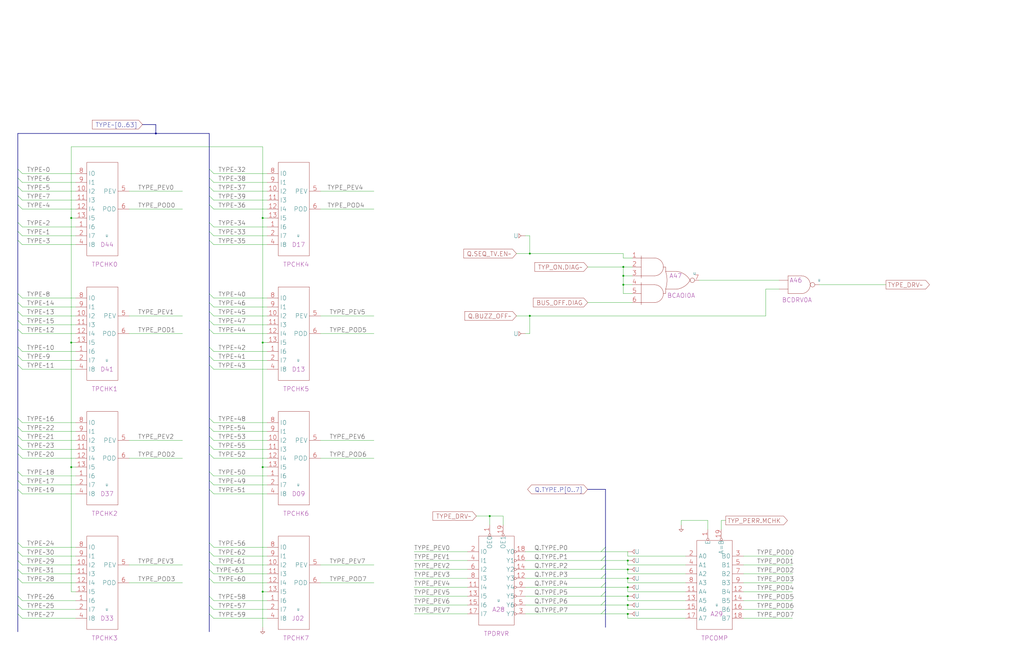
<source format=kicad_sch>
(kicad_sch (version 20220404) (generator eeschema)
  (paper "User" 584.2 378.46)
  (title_block (title "TYPE BUS TRANCEIVER\\nPARITY + BUS DRIVE LOGIC") (date "22-MAY-90") (rev "1.0") (comment 1 "SEQUENCER") (comment 2 "232-003064") (comment 3 "S400") (comment 4 "RELEASED"))
  (lib_symbols
    (symbol "r1000:F240" (pin_names (offset 1.016))
      (property "Reference" "U" (at 2.54 5.08 0))
      (property "Value" "F240" (at -3.81 -7.62 0))
      (property "Location" "___" (at -1.27 0 0))
      (property "Name" "______" (at 1.27 -15.24 0))
      (symbol "F240_1_1"
        (rectangle (start -8.89 41.91) (end 11.43 -8.89))
        (circle (center -2.54 42.545) (radius 0.635))
        (circle (center 5.08 42.545) (radius 0.635))
        (circle (center 12.065 -2.54) (radius 0.635))
        (circle (center 12.065 2.54) (radius 0.635))
        (circle (center 12.065 7.62) (radius 0.635))
        (circle (center 12.065 12.7) (radius 0.635))
        (circle (center 12.065 17.78) (radius 0.635))
        (circle (center 12.065 22.86) (radius 0.635))
        (circle (center 12.065 27.94) (radius 0.635))
        (circle (center 12.065 33.02) (radius 0.635))
        (pin input line (at -2.54 48.26 270) (length 5.08) (name "OE0") (number "1"))
        (pin input line (at -15.24 12.7 0) (length 6.35) (name "I4") (number "11"))
        (pin tri_state line (at 17.78 17.78 180) (length 5.08) (name "Y3") (number "12"))
        (pin input line (at -15.24 7.62 0) (length 6.35) (name "I5") (number "13"))
        (pin tri_state line (at 17.78 22.86 180) (length 5.08) (name "Y2") (number "14"))
        (pin input line (at -15.24 2.54 0) (length 6.35) (name "I6") (number "15"))
        (pin tri_state line (at 17.78 27.94 180) (length 5.08) (name "Y1") (number "16"))
        (pin input line (at -15.24 -2.54 0) (length 6.35) (name "I7") (number "17"))
        (pin tri_state line (at 17.78 33.02 180) (length 5.08) (name "Y0") (number "18"))
        (pin input line (at 5.08 48.26 270) (length 5.08) (name "OE1") (number "19"))
        (pin input line (at -15.24 33.02 0) (length 6.35) (name "I0") (number "2"))
        (pin tri_state line (at 17.78 -2.54 180) (length 5.08) (name "Y7") (number "3"))
        (pin input line (at -15.24 27.94 0) (length 6.35) (name "I1") (number "4"))
        (pin tri_state line (at 17.78 2.54 180) (length 5.08) (name "Y6") (number "5"))
        (pin input line (at -15.24 22.86 0) (length 6.35) (name "I2") (number "6"))
        (pin tri_state line (at 17.78 7.62 180) (length 5.08) (name "Y5") (number "7"))
        (pin input line (at -15.24 17.78 0) (length 6.35) (name "I3") (number "8"))
        (pin tri_state line (at 17.78 12.7 180) (length 5.08) (name "Y4") (number "9"))
      )
    )
    (symbol "r1000:F280" (pin_names (offset 1.016))
      (property "Reference" "U" (at 2.54 5.08 0))
      (property "Value" "F280" (at -6.35 -5.08 0))
      (property "Location" "___" (at -1.27 0 0))
      (property "Name" "______" (at 1.27 -12.7 0))
      (symbol "F280_1_1"
        (rectangle (start -8.89 46.99) (end 8.89 -6.35))
        (pin input line (at -15.24 10.16 0) (length 6.35) (name "I6") (number "1"))
        (pin input line (at -15.24 30.48 0) (length 6.35) (name "I2") (number "10"))
        (pin input line (at -15.24 25.4 0) (length 6.35) (name "I3") (number "11"))
        (pin input line (at -15.24 20.32 0) (length 6.35) (name "I4") (number "12"))
        (pin input line (at -15.24 15.24 0) (length 6.35) (name "I5") (number "13"))
        (pin input line (at -15.24 5.08 0) (length 6.35) (name "I7") (number "2"))
        (pin input line (at -15.24 0 0) (length 6.35) (name "I8") (number "4"))
        (pin output line (at 15.24 30.48 180) (length 6.35) (name "PEV") (number "5"))
        (pin output line (at 15.24 20.32 180) (length 6.35) (name "POD") (number "6"))
        (pin input line (at -15.24 40.64 0) (length 6.35) (name "I0") (number "8"))
        (pin input line (at -15.24 35.56 0) (length 6.35) (name "I1") (number "9"))
      )
    )
    (symbol "r1000:F37" (pin_numbers hide) (pin_names (offset 0) hide)
      (property "Reference" "U" (at 15.24 0 0))
      (property "Value" "F37" (at 1.905 -5.08 0))
      (property "Location" "___" (at 1.905 0 0))
      (property "Name" "______" (at 2.54 -12.7 0))
      (symbol "F37_0_1"
        (polyline (pts (xy -2.54 -7.62) (xy 5.08 -7.62)) (stroke (width 0.1524)))
        (polyline (pts (xy -2.54 2.54) (xy -2.54 -7.62)) (stroke (width 0.1524)))
        (polyline (pts (xy -2.54 2.54) (xy 5.08 2.54)) (stroke (width 0.1524)))
        (arc (start 5.08 -7.62) (mid 10.1282 -2.54) (end 5.08 2.54) (stroke (width 0.1524)))
        (circle (center 11.43 -2.54) (radius 1.27) (stroke (width 0.1524)))
      )
      (symbol "F37_0_2"
        (circle (center -3.81 -5.08) (radius 1.27) (stroke (width 0.1524)))
        (circle (center -3.81 0) (radius 1.27) (stroke (width 0.1524)))
        (arc (start -3.175 -7.62) (mid -2.134 -2.54) (end -3.175 2.54) (stroke (width 0.1524)))
        (polyline (pts (xy -3.175 -7.62) (xy 3.81 -7.62)) (stroke (width 0.1524)))
        (polyline (pts (xy -3.175 2.54) (xy 3.81 2.54)) (stroke (width 0.1524)))
        (arc (start 3.81 -7.62) (mid 7.5855 -5.8306) (end 10.16 -2.54) (stroke (width 0.1524)))
        (arc (start 10.16 -2.54) (mid 7.5827 0.7471) (end 3.81 2.54) (stroke (width 0.1524)))
      )
      (symbol "F37_1_1"
        (pin input line (at -7.62 0 0) (length 5.08) (name "D0") (number "1"))
        (pin input line (at -7.62 -5.08 0) (length 5.08) (name "D1") (number "2"))
        (pin output line (at 15.24 -2.54 180) (length 2.54) (name "Q") (number "3"))
      )
      (symbol "F37_1_2"
        (pin input line (at -7.62 0 0) (length 2.54) (name "D0") (number "1"))
        (pin input line (at -7.62 -5.08 0) (length 2.54) (name "D1") (number "2"))
        (pin output line (at 15.24 -2.54 180) (length 5.08) (name "Q") (number "3"))
      )
    )
    (symbol "r1000:F51" (pin_names hide)
      (property "Reference" "U" (at 12.7 1.27 0))
      (property "Value" "F51" (at 1.905 -5.08 0))
      (property "Location" "___" (at 1.905 0 0))
      (property "Name" "______" (at 5.08 -12.7 0))
      (symbol "F51_0_0"
        (arc (start -10.16 -15.24) (mid -6.5679 -13.7521) (end -5.08 -10.16) (stroke (width 0.1524)))
        (arc (start -10.16 0) (mid -6.5679 1.4879) (end -5.08 5.08) (stroke (width 0.1524)))
        (arc (start -5.08 -10.16) (mid -6.5679 -6.5679) (end -10.16 -5.08) (stroke (width 0.1524)))
        (arc (start -5.08 5.08) (mid -6.5679 8.6721) (end -10.16 10.16) (stroke (width 0.1524)))
        (arc (start -3.8173 -7.62) (mid -2.9926 -2.54) (end -3.8173 2.54) (stroke (width 0.1524)))
        (polyline (pts (xy -20.32 -15.24) (xy -17.78 -15.24)) (stroke (width 0.1524)))
        (polyline (pts (xy -20.32 -10.16) (xy -17.78 -10.16)) (stroke (width 0.1524)))
        (polyline (pts (xy -20.32 -5.08) (xy -17.78 -5.08)) (stroke (width 0.1524)))
        (polyline (pts (xy -20.32 0) (xy -17.78 0)) (stroke (width 0.1524)))
        (polyline (pts (xy -20.32 5.08) (xy -17.78 5.08)) (stroke (width 0.1524)))
        (polyline (pts (xy -20.32 10.16) (xy -17.78 10.16)) (stroke (width 0.1524)))
        (polyline (pts (xy -17.78 -3.81) (xy -17.78 -16.51)) (stroke (width 0.1524)))
        (polyline (pts (xy -17.78 11.43) (xy -17.78 -1.27)) (stroke (width 0.1524)))
        (polyline (pts (xy -10.16 -15.24) (xy -17.78 -15.24)) (stroke (width 0.1524)))
        (polyline (pts (xy -10.16 -5.08) (xy -17.78 -5.08)) (stroke (width 0.1524)))
        (polyline (pts (xy -10.16 0) (xy -17.78 0)) (stroke (width 0.1524)))
        (polyline (pts (xy -10.16 10.16) (xy -17.78 10.16)) (stroke (width 0.1524)))
        (polyline (pts (xy -3.81 -7.62) (xy 2.54 -7.62)) (stroke (width 0.1524)))
        (polyline (pts (xy -3.81 2.54) (xy 2.54 2.54)) (stroke (width 0.1524)))
        (polyline (pts (xy -5.08 -10.16) (xy -3.81 -10.16) (xy -3.81 -7.62)) (stroke (width 0.1524)))
        (polyline (pts (xy -5.08 5.08) (xy -3.81 5.08) (xy -3.81 2.54)) (stroke (width 0.1524)))
        (arc (start 2.54 -7.62) (mid 6.9504 -5.9805) (end 10.16 -2.54) (stroke (width 0.1524)))
        (arc (start 10.16 -2.54) (mid 6.9516 0.9024) (end 2.54 2.54) (stroke (width 0.1524)))
        (circle (center 11.43 -2.54) (radius 1.27) (stroke (width 0.1524)))
      )
      (symbol "F51_1_1"
        (pin input line (at -22.86 10.16 0) (length 2.54) (name "A1") (number "1"))
        (pin input line (at -22.86 5.08 0) (length 2.54) (name "A2") (number "2"))
        (pin input line (at -22.86 0 0) (length 2.54) (name "A3") (number "3"))
        (pin input line (at -22.86 -5.08 0) (length 2.54) (name "B1") (number "4"))
        (pin input line (at -22.86 -10.16 0) (length 2.54) (name "B2") (number "5"))
        (pin input line (at -22.86 -15.24 0) (length 2.54) (name "B3") (number "6"))
        (pin output line (at 15.24 -2.54 180) (length 2.54) (name "Q") (number "7"))
      )
    )
    (symbol "r1000:F521" (pin_names (offset 1.016))
      (property "Reference" "U" (at 2.54 5.08 0))
      (property "Value" "F521" (at -3.81 -7.62 0))
      (property "Location" "___" (at -1.27 0 0))
      (property "Name" "______" (at 1.27 -15.24 0))
      (symbol "F521_1_1"
        (rectangle (start -8.89 41.91) (end 11.43 -8.89))
        (circle (center -2.54 42.545) (radius 0.635))
        (circle (center 5.08 42.545) (radius 0.635))
        (pin input line (at -2.54 48.26 270) (length 5.08) (name "E") (number "1"))
        (pin input line (at -15.24 12.7 0) (length 6.35) (name "A4") (number "11"))
        (pin input line (at 17.78 12.7 180) (length 6.35) (name "B4") (number "12"))
        (pin input line (at -15.24 7.62 0) (length 6.35) (name "A5") (number "13"))
        (pin input line (at 17.78 7.62 180) (length 6.35) (name "B5") (number "14"))
        (pin input line (at -15.24 2.54 0) (length 6.35) (name "A6") (number "15"))
        (pin input line (at 17.78 2.54 180) (length 6.35) (name "B6") (number "16"))
        (pin input line (at -15.24 -2.54 0) (length 6.35) (name "A7") (number "17"))
        (pin input line (at 17.78 -2.54 180) (length 6.35) (name "B7") (number "18"))
        (pin output line (at 5.08 48.26 270) (length 5.08) (name "A=B") (number "19"))
        (pin input line (at -15.24 33.02 0) (length 6.35) (name "A0") (number "2"))
        (pin input line (at 17.78 33.02 180) (length 6.35) (name "B0") (number "3"))
        (pin input line (at -15.24 27.94 0) (length 6.35) (name "A1") (number "4"))
        (pin input line (at 17.78 27.94 180) (length 6.35) (name "B1") (number "5"))
        (pin input line (at -15.24 22.86 0) (length 6.35) (name "A2") (number "6"))
        (pin input line (at 17.78 22.86 180) (length 6.35) (name "B2") (number "7"))
        (pin input line (at -15.24 17.78 0) (length 6.35) (name "A3") (number "8"))
        (pin input line (at 17.78 17.78 180) (length 6.35) (name "B3") (number "9"))
      )
    )
    (symbol "r1000:GF" (pin_numbers hide) (pin_names (offset 0) hide)
      (property "Reference" "GF" (at 3.81 0 0))
      (symbol "GF_0_1"
        (polyline (pts (xy 2.54 0) (xy 3.81 1.27) (xy 3.81 -1.27) (xy 2.54 0)) (stroke (width 0.1524)))
      )
      (symbol "GF_1_1"
        (pin bidirectional line (at 0 0 0) (length 2.54) (name "") (number "1"))
      )
    )
    (symbol "r1000:PD" (power) (pin_numbers hide) (pin_names hide) (in_bom no)
      (symbol "PD_0_1"
        (polyline (pts (xy 0 -2.54) (xy 1.27 -2.54) (xy 0 -3.81) (xy -1.27 -2.54) (xy 0 -2.54)) (stroke (width 0.1524)))
      )
      (symbol "PD_1_1"
        (pin power_in line (at 0 0 270) (length 2.54) (name "PD") (number "1"))
      )
    )
  )
  (junction (at 358.14 325.12))
  (junction (at 358.14 320.04))
  (junction (at 149.86 266.7))
  (junction (at 355.6 162.56))
  (junction (at 40.64 124.46))
  (junction (at 358.14 340.36))
  (junction (at 279.4 294.64))
  (junction (at 355.6 157.48))
  (junction (at 40.64 195.58))
  (junction (at 358.14 345.44))
  (junction (at 358.14 330.2))
  (junction (at 40.64 266.7))
  (junction (at 355.6 152.4))
  (junction (at 358.14 335.28))
  (junction (at 149.86 195.58))
  (junction (at 149.86 337.82))
  (junction (at 358.14 350.52))
  (junction (at 88.9 76.2))
  (junction (at 302.26 144.78))
  (junction (at 302.26 180.34))
  (junction (at 149.86 124.46))
  (bus_entry (at 10.16 167.64) (size 2.54 2.54))
  (bus_entry (at 119.38 340.36) (size 2.54 2.54))
  (bus_entry (at 119.38 101.6) (size 2.54 2.54))
  (bus_entry (at 10.16 116.84) (size 2.54 2.54))
  (bus_entry (at 10.16 101.6) (size 2.54 2.54))
  (bus_entry (at 10.16 330.2) (size 2.54 2.54))
  (bus_entry (at 119.38 320.04) (size 2.54 2.54))
  (bus_entry (at 119.38 203.2) (size 2.54 2.54))
  (bus_entry (at 119.38 314.96) (size 2.54 2.54))
  (bus_entry (at 10.16 172.72) (size 2.54 2.54))
  (bus_entry (at 119.38 111.76) (size 2.54 2.54))
  (bus_entry (at 345.44 337.82) (size -2.54 2.54))
  (bus_entry (at 10.16 177.8) (size 2.54 2.54))
  (bus_entry (at 119.38 254) (size 2.54 2.54))
  (bus_entry (at 119.38 259.08) (size 2.54 2.54))
  (bus_entry (at 10.16 182.88) (size 2.54 2.54))
  (bus_entry (at 345.44 347.98) (size -2.54 2.54))
  (bus_entry (at 119.38 345.44) (size 2.54 2.54))
  (bus_entry (at 119.38 208.28) (size 2.54 2.54))
  (bus_entry (at 119.38 106.68) (size 2.54 2.54))
  (bus_entry (at 10.16 309.88) (size 2.54 2.54))
  (bus_entry (at 119.38 177.8) (size 2.54 2.54))
  (bus_entry (at 119.38 325.12) (size 2.54 2.54))
  (bus_entry (at 119.38 127) (size 2.54 2.54))
  (bus_entry (at 10.16 127) (size 2.54 2.54))
  (bus_entry (at 10.16 187.96) (size 2.54 2.54))
  (bus_entry (at 10.16 248.92) (size 2.54 2.54))
  (bus_entry (at 345.44 327.66) (size -2.54 2.54))
  (bus_entry (at 119.38 167.64) (size 2.54 2.54))
  (bus_entry (at 10.16 106.68) (size 2.54 2.54))
  (bus_entry (at 10.16 198.12) (size 2.54 2.54))
  (bus_entry (at 10.16 269.24) (size 2.54 2.54))
  (bus_entry (at 119.38 198.12) (size 2.54 2.54))
  (bus_entry (at 119.38 248.92) (size 2.54 2.54))
  (bus_entry (at 10.16 96.52) (size 2.54 2.54))
  (bus_entry (at 10.16 238.76) (size 2.54 2.54))
  (bus_entry (at 119.38 330.2) (size 2.54 2.54))
  (bus_entry (at 119.38 182.88) (size 2.54 2.54))
  (bus_entry (at 119.38 96.52) (size 2.54 2.54))
  (bus_entry (at 10.16 325.12) (size 2.54 2.54))
  (bus_entry (at 345.44 322.58) (size -2.54 2.54))
  (bus_entry (at 10.16 259.08) (size 2.54 2.54))
  (bus_entry (at 10.16 279.4) (size 2.54 2.54))
  (bus_entry (at 10.16 274.32) (size 2.54 2.54))
  (bus_entry (at 119.38 269.24) (size 2.54 2.54))
  (bus_entry (at 119.38 238.76) (size 2.54 2.54))
  (bus_entry (at 10.16 320.04) (size 2.54 2.54))
  (bus_entry (at 345.44 312.42) (size -2.54 2.54))
  (bus_entry (at 119.38 187.96) (size 2.54 2.54))
  (bus_entry (at 345.44 342.9) (size -2.54 2.54))
  (bus_entry (at 10.16 254) (size 2.54 2.54))
  (bus_entry (at 10.16 350.52) (size 2.54 2.54))
  (bus_entry (at 119.38 243.84) (size 2.54 2.54))
  (bus_entry (at 10.16 203.2) (size 2.54 2.54))
  (bus_entry (at 345.44 332.74) (size -2.54 2.54))
  (bus_entry (at 10.16 340.36) (size 2.54 2.54))
  (bus_entry (at 119.38 137.16) (size 2.54 2.54))
  (bus_entry (at 119.38 172.72) (size 2.54 2.54))
  (bus_entry (at 10.16 111.76) (size 2.54 2.54))
  (bus_entry (at 119.38 279.4) (size 2.54 2.54))
  (bus_entry (at 119.38 309.88) (size 2.54 2.54))
  (bus_entry (at 10.16 243.84) (size 2.54 2.54))
  (bus_entry (at 345.44 317.5) (size -2.54 2.54))
  (bus_entry (at 10.16 345.44) (size 2.54 2.54))
  (bus_entry (at 10.16 132.08) (size 2.54 2.54))
  (bus_entry (at 10.16 314.96) (size 2.54 2.54))
  (bus_entry (at 119.38 274.32) (size 2.54 2.54))
  (bus_entry (at 10.16 208.28) (size 2.54 2.54))
  (bus_entry (at 119.38 132.08) (size 2.54 2.54))
  (bus_entry (at 10.16 137.16) (size 2.54 2.54))
  (bus_entry (at 119.38 116.84) (size 2.54 2.54))
  (bus_entry (at 119.38 350.52) (size 2.54 2.54))
  (wire (pts (xy 12.7 246.38) (xy 43.18 246.38)))
  (bus (pts (xy 10.16 127) (xy 10.16 132.08)))
  (wire (pts (xy 121.92 175.26) (xy 152.4 175.26)))
  (bus (pts (xy 119.38 96.52) (xy 119.38 101.6)))
  (wire (pts (xy 121.92 276.86) (xy 152.4 276.86)))
  (bus (pts (xy 119.38 172.72) (xy 119.38 177.8)))
  (bus (pts (xy 10.16 345.44) (xy 10.16 350.52)))
  (wire (pts (xy 236.22 330.2) (xy 266.7 330.2)))
  (wire (pts (xy 121.92 281.94) (xy 152.4 281.94)))
  (wire (pts (xy 73.66 322.58) (xy 104.14 322.58)))
  (bus (pts (xy 10.16 325.12) (xy 10.16 330.2)))
  (bus (pts (xy 119.38 340.36) (xy 119.38 345.44)))
  (wire (pts (xy 121.92 104.14) (xy 152.4 104.14)))
  (bus (pts (xy 10.16 254) (xy 10.16 259.08)))
  (bus (pts (xy 10.16 259.08) (xy 10.16 269.24)))
  (wire (pts (xy 152.4 337.82) (xy 149.86 337.82)))
  (wire (pts (xy 302.26 180.34) (xy 436.88 180.34)))
  (wire (pts (xy 424.18 353.06) (xy 452.12 353.06)))
  (wire (pts (xy 121.92 170.18) (xy 152.4 170.18)))
  (wire (pts (xy 182.88 180.34) (xy 213.36 180.34)))
  (wire (pts (xy 358.14 353.06) (xy 391.16 353.06)))
  (wire (pts (xy 121.92 139.7) (xy 152.4 139.7)))
  (wire (pts (xy 302.26 144.78) (xy 355.6 144.78)))
  (wire (pts (xy 40.64 124.46) (xy 43.18 124.46)))
  (wire (pts (xy 12.7 210.82) (xy 43.18 210.82)))
  (bus (pts (xy 119.38 238.76) (xy 119.38 243.84)))
  (wire (pts (xy 121.92 134.62) (xy 152.4 134.62)))
  (wire (pts (xy 12.7 175.26) (xy 43.18 175.26)))
  (wire (pts (xy 40.64 337.82) (xy 40.64 266.7)))
  (wire (pts (xy 182.88 322.58) (xy 213.36 322.58)))
  (wire (pts (xy 12.7 342.9) (xy 43.18 342.9)))
  (bus (pts (xy 345.44 337.82) (xy 345.44 342.9)))
  (wire (pts (xy 424.18 317.5) (xy 452.12 317.5)))
  (bus (pts (xy 10.16 167.64) (xy 10.16 172.72)))
  (wire (pts (xy 388.62 297.18) (xy 403.86 297.18)))
  (wire (pts (xy 40.64 266.7) (xy 43.18 266.7)))
  (wire (pts (xy 236.22 320.04) (xy 266.7 320.04)))
  (bus (pts (xy 81.28 71.12) (xy 88.9 71.12)))
  (bus (pts (xy 10.16 172.72) (xy 10.16 177.8)))
  (wire (pts (xy 12.7 99.06) (xy 43.18 99.06)))
  (wire (pts (xy 236.22 350.52) (xy 266.7 350.52)))
  (wire (pts (xy 424.18 327.66) (xy 452.12 327.66)))
  (wire (pts (xy 149.86 124.46) (xy 152.4 124.46)))
  (wire (pts (xy 294.64 180.34) (xy 302.26 180.34)))
  (bus (pts (xy 119.38 309.88) (xy 119.38 314.96)))
  (wire (pts (xy 411.48 297.18) (xy 411.48 302.26)))
  (wire (pts (xy 12.7 205.74) (xy 43.18 205.74)))
  (wire (pts (xy 12.7 134.62) (xy 43.18 134.62)))
  (wire (pts (xy 355.6 157.48) (xy 355.6 152.4)))
  (wire (pts (xy 12.7 332.74) (xy 43.18 332.74)))
  (bus (pts (xy 119.38 279.4) (xy 119.38 309.88)))
  (bus (pts (xy 345.44 317.5) (xy 345.44 322.58)))
  (wire (pts (xy 342.9 330.2) (xy 358.14 330.2)))
  (wire (pts (xy 411.48 297.18) (xy 414.02 297.18)))
  (wire (pts (xy 398.78 160.02) (xy 444.5 160.02)))
  (wire (pts (xy 236.22 325.12) (xy 266.7 325.12)))
  (wire (pts (xy 12.7 327.66) (xy 43.18 327.66)))
  (wire (pts (xy 358.14 345.44) (xy 358.14 347.98)))
  (wire (pts (xy 73.66 190.5) (xy 104.14 190.5)))
  (wire (pts (xy 182.88 119.38) (xy 213.36 119.38)))
  (wire (pts (xy 358.14 332.74) (xy 391.16 332.74)))
  (wire (pts (xy 299.72 345.44) (xy 342.9 345.44)))
  (wire (pts (xy 12.7 271.78) (xy 43.18 271.78)))
  (wire (pts (xy 73.66 332.74) (xy 104.14 332.74)))
  (wire (pts (xy 279.4 294.64) (xy 279.4 299.72)))
  (bus (pts (xy 88.9 71.12) (xy 88.9 76.2)))
  (wire (pts (xy 121.92 327.66) (xy 152.4 327.66)))
  (wire (pts (xy 360.68 162.56) (xy 355.6 162.56)))
  (wire (pts (xy 358.14 320.04) (xy 358.14 322.58)))
  (wire (pts (xy 271.78 294.64) (xy 279.4 294.64)))
  (wire (pts (xy 294.64 144.78) (xy 302.26 144.78)))
  (wire (pts (xy 121.92 353.06) (xy 152.4 353.06)))
  (bus (pts (xy 119.38 243.84) (xy 119.38 248.92)))
  (wire (pts (xy 342.9 320.04) (xy 358.14 320.04)))
  (wire (pts (xy 299.72 340.36) (xy 342.9 340.36)))
  (wire (pts (xy 358.14 340.36) (xy 358.14 342.9)))
  (bus (pts (xy 119.38 137.16) (xy 119.38 167.64)))
  (wire (pts (xy 149.86 266.7) (xy 152.4 266.7)))
  (wire (pts (xy 358.14 327.66) (xy 391.16 327.66)))
  (bus (pts (xy 119.38 101.6) (xy 119.38 106.68)))
  (wire (pts (xy 335.28 152.4) (xy 355.6 152.4)))
  (bus (pts (xy 10.16 309.88) (xy 10.16 314.96)))
  (wire (pts (xy 12.7 312.42) (xy 43.18 312.42)))
  (wire (pts (xy 12.7 353.06) (xy 43.18 353.06)))
  (bus (pts (xy 88.9 76.2) (xy 119.38 76.2)))
  (wire (pts (xy 358.14 317.5) (xy 391.16 317.5)))
  (bus (pts (xy 345.44 332.74) (xy 345.44 337.82)))
  (wire (pts (xy 73.66 251.46) (xy 104.14 251.46)))
  (bus (pts (xy 119.38 330.2) (xy 119.38 340.36)))
  (wire (pts (xy 73.66 109.22) (xy 104.14 109.22)))
  (wire (pts (xy 12.7 185.42) (xy 43.18 185.42)))
  (bus (pts (xy 10.16 330.2) (xy 10.16 340.36)))
  (wire (pts (xy 299.72 350.52) (xy 342.9 350.52)))
  (wire (pts (xy 299.72 134.62) (xy 302.26 134.62)))
  (bus (pts (xy 345.44 279.4) (xy 345.44 312.42)))
  (wire (pts (xy 299.72 314.96) (xy 342.9 314.96)))
  (wire (pts (xy 467.36 162.56) (xy 505.46 162.56)))
  (wire (pts (xy 302.26 190.5) (xy 302.26 180.34)))
  (bus (pts (xy 10.16 76.2) (xy 10.16 96.52)))
  (wire (pts (xy 355.6 162.56) (xy 355.6 157.48)))
  (bus (pts (xy 10.16 106.68) (xy 10.16 111.76)))
  (bus (pts (xy 119.38 269.24) (xy 119.38 274.32)))
  (bus (pts (xy 119.38 127) (xy 119.38 132.08)))
  (wire (pts (xy 424.18 332.74) (xy 452.12 332.74)))
  (bus (pts (xy 119.38 203.2) (xy 119.38 208.28)))
  (wire (pts (xy 40.64 195.58) (xy 40.64 124.46)))
  (wire (pts (xy 342.9 340.36) (xy 358.14 340.36)))
  (wire (pts (xy 342.9 314.96) (xy 358.14 314.96)))
  (wire (pts (xy 12.7 241.3) (xy 43.18 241.3)))
  (wire (pts (xy 121.92 190.5) (xy 152.4 190.5)))
  (wire (pts (xy 121.92 317.5) (xy 152.4 317.5)))
  (wire (pts (xy 121.92 99.06) (xy 152.4 99.06)))
  (bus (pts (xy 10.16 132.08) (xy 10.16 137.16)))
  (bus (pts (xy 119.38 248.92) (xy 119.38 254)))
  (wire (pts (xy 299.72 335.28) (xy 342.9 335.28)))
  (wire (pts (xy 355.6 147.32) (xy 360.68 147.32)))
  (wire (pts (xy 40.64 124.46) (xy 40.64 83.82)))
  (wire (pts (xy 121.92 246.38) (xy 152.4 246.38)))
  (bus (pts (xy 119.38 116.84) (xy 119.38 127)))
  (wire (pts (xy 299.72 330.2) (xy 342.9 330.2)))
  (wire (pts (xy 302.26 134.62) (xy 302.26 144.78)))
  (wire (pts (xy 12.7 104.14) (xy 43.18 104.14)))
  (wire (pts (xy 149.86 337.82) (xy 149.86 358.14)))
  (wire (pts (xy 40.64 195.58) (xy 43.18 195.58)))
  (wire (pts (xy 360.68 157.48) (xy 355.6 157.48)))
  (bus (pts (xy 10.16 198.12) (xy 10.16 203.2)))
  (wire (pts (xy 358.14 337.82) (xy 391.16 337.82)))
  (bus (pts (xy 119.38 187.96) (xy 119.38 198.12)))
  (wire (pts (xy 12.7 261.62) (xy 43.18 261.62)))
  (wire (pts (xy 335.28 172.72) (xy 360.68 172.72)))
  (wire (pts (xy 12.7 139.7) (xy 43.18 139.7)))
  (wire (pts (xy 182.88 332.74) (xy 213.36 332.74)))
  (wire (pts (xy 121.92 271.78) (xy 152.4 271.78)))
  (bus (pts (xy 345.44 347.98) (xy 345.44 358.14)))
  (bus (pts (xy 345.44 342.9) (xy 345.44 347.98)))
  (wire (pts (xy 121.92 261.62) (xy 152.4 261.62)))
  (wire (pts (xy 358.14 330.2) (xy 358.14 332.74)))
  (wire (pts (xy 12.7 251.46) (xy 43.18 251.46)))
  (wire (pts (xy 355.6 152.4) (xy 360.68 152.4)))
  (bus (pts (xy 10.16 269.24) (xy 10.16 274.32)))
  (bus (pts (xy 119.38 345.44) (xy 119.38 350.52)))
  (wire (pts (xy 358.14 325.12) (xy 358.14 327.66)))
  (bus (pts (xy 10.16 203.2) (xy 10.16 208.28)))
  (wire (pts (xy 12.7 256.54) (xy 43.18 256.54)))
  (bus (pts (xy 10.16 238.76) (xy 10.16 243.84)))
  (wire (pts (xy 149.86 266.7) (xy 149.86 337.82)))
  (wire (pts (xy 12.7 114.3) (xy 43.18 114.3)))
  (wire (pts (xy 358.14 335.28) (xy 358.14 337.82)))
  (wire (pts (xy 403.86 297.18) (xy 403.86 302.26)))
  (wire (pts (xy 424.18 342.9) (xy 452.12 342.9)))
  (wire (pts (xy 73.66 180.34) (xy 104.14 180.34)))
  (wire (pts (xy 287.02 299.72) (xy 287.02 294.64)))
  (bus (pts (xy 10.16 137.16) (xy 10.16 167.64)))
  (wire (pts (xy 12.7 109.22) (xy 43.18 109.22)))
  (wire (pts (xy 121.92 210.82) (xy 152.4 210.82)))
  (wire (pts (xy 121.92 347.98) (xy 152.4 347.98)))
  (wire (pts (xy 236.22 335.28) (xy 266.7 335.28)))
  (wire (pts (xy 12.7 347.98) (xy 43.18 347.98)))
  (wire (pts (xy 355.6 144.78) (xy 355.6 147.32)))
  (bus (pts (xy 119.38 76.2) (xy 119.38 96.52)))
  (wire (pts (xy 236.22 345.44) (xy 266.7 345.44)))
  (bus (pts (xy 10.16 76.2) (xy 88.9 76.2)))
  (bus (pts (xy 10.16 243.84) (xy 10.16 248.92)))
  (bus (pts (xy 345.44 312.42) (xy 345.44 317.5)))
  (wire (pts (xy 149.86 83.82) (xy 149.86 124.46)))
  (wire (pts (xy 342.9 345.44) (xy 358.14 345.44)))
  (bus (pts (xy 119.38 208.28) (xy 119.38 238.76)))
  (wire (pts (xy 12.7 129.54) (xy 43.18 129.54)))
  (wire (pts (xy 424.18 347.98) (xy 452.12 347.98)))
  (bus (pts (xy 119.38 350.52) (xy 119.38 360.68)))
  (wire (pts (xy 121.92 180.34) (xy 152.4 180.34)))
  (wire (pts (xy 73.66 261.62) (xy 104.14 261.62)))
  (wire (pts (xy 12.7 190.5) (xy 43.18 190.5)))
  (bus (pts (xy 119.38 132.08) (xy 119.38 137.16)))
  (wire (pts (xy 121.92 256.54) (xy 152.4 256.54)))
  (wire (pts (xy 12.7 276.86) (xy 43.18 276.86)))
  (bus (pts (xy 119.38 274.32) (xy 119.38 279.4)))
  (wire (pts (xy 182.88 190.5) (xy 213.36 190.5)))
  (bus (pts (xy 119.38 182.88) (xy 119.38 187.96)))
  (bus (pts (xy 119.38 198.12) (xy 119.38 203.2)))
  (wire (pts (xy 12.7 322.58) (xy 43.18 322.58)))
  (wire (pts (xy 40.64 83.82) (xy 149.86 83.82)))
  (wire (pts (xy 12.7 200.66) (xy 43.18 200.66)))
  (bus (pts (xy 119.38 167.64) (xy 119.38 172.72)))
  (wire (pts (xy 121.92 205.74) (xy 152.4 205.74)))
  (bus (pts (xy 10.16 182.88) (xy 10.16 187.96)))
  (wire (pts (xy 358.14 350.52) (xy 358.14 353.06)))
  (wire (pts (xy 182.88 251.46) (xy 213.36 251.46)))
  (wire (pts (xy 299.72 190.5) (xy 302.26 190.5)))
  (wire (pts (xy 436.88 165.1) (xy 444.5 165.1)))
  (bus (pts (xy 10.16 279.4) (xy 10.16 309.88)))
  (bus (pts (xy 10.16 177.8) (xy 10.16 182.88)))
  (wire (pts (xy 424.18 337.82) (xy 452.12 337.82)))
  (bus (pts (xy 119.38 106.68) (xy 119.38 111.76)))
  (wire (pts (xy 436.88 180.34) (xy 436.88 165.1)))
  (wire (pts (xy 342.9 335.28) (xy 358.14 335.28)))
  (wire (pts (xy 182.88 261.62) (xy 213.36 261.62)))
  (wire (pts (xy 40.64 266.7) (xy 40.64 195.58)))
  (wire (pts (xy 149.86 195.58) (xy 149.86 124.46)))
  (bus (pts (xy 10.16 350.52) (xy 10.16 360.68)))
  (wire (pts (xy 73.66 119.38) (xy 104.14 119.38)))
  (wire (pts (xy 12.7 281.94) (xy 43.18 281.94)))
  (bus (pts (xy 119.38 259.08) (xy 119.38 269.24)))
  (wire (pts (xy 121.92 185.42) (xy 152.4 185.42)))
  (wire (pts (xy 121.92 322.58) (xy 152.4 322.58)))
  (bus (pts (xy 10.16 187.96) (xy 10.16 198.12)))
  (wire (pts (xy 358.14 347.98) (xy 391.16 347.98)))
  (wire (pts (xy 360.68 167.64) (xy 355.6 167.64)))
  (wire (pts (xy 236.22 314.96) (xy 266.7 314.96)))
  (wire (pts (xy 121.92 241.3) (xy 152.4 241.3)))
  (bus (pts (xy 119.38 320.04) (xy 119.38 325.12)))
  (wire (pts (xy 342.9 325.12) (xy 358.14 325.12)))
  (wire (pts (xy 424.18 322.58) (xy 452.12 322.58)))
  (wire (pts (xy 149.86 195.58) (xy 152.4 195.58)))
  (bus (pts (xy 10.16 248.92) (xy 10.16 254)))
  (bus (pts (xy 119.38 254) (xy 119.38 259.08)))
  (wire (pts (xy 121.92 200.66) (xy 152.4 200.66)))
  (wire (pts (xy 121.92 342.9) (xy 152.4 342.9)))
  (bus (pts (xy 119.38 325.12) (xy 119.38 330.2)))
  (wire (pts (xy 299.72 325.12) (xy 342.9 325.12)))
  (wire (pts (xy 43.18 337.82) (xy 40.64 337.82)))
  (wire (pts (xy 12.7 317.5) (xy 43.18 317.5)))
  (wire (pts (xy 358.14 314.96) (xy 358.14 317.5)))
  (wire (pts (xy 236.22 340.36) (xy 266.7 340.36)))
  (wire (pts (xy 121.92 129.54) (xy 152.4 129.54)))
  (wire (pts (xy 121.92 332.74) (xy 152.4 332.74)))
  (wire (pts (xy 121.92 114.3) (xy 152.4 114.3)))
  (wire (pts (xy 121.92 119.38) (xy 152.4 119.38)))
  (wire (pts (xy 121.92 109.22) (xy 152.4 109.22)))
  (bus (pts (xy 345.44 327.66) (xy 345.44 332.74)))
  (bus (pts (xy 10.16 116.84) (xy 10.16 127)))
  (bus (pts (xy 10.16 101.6) (xy 10.16 106.68)))
  (bus (pts (xy 345.44 322.58) (xy 345.44 327.66)))
  (wire (pts (xy 342.9 350.52) (xy 358.14 350.52)))
  (bus (pts (xy 10.16 208.28) (xy 10.16 238.76)))
  (bus (pts (xy 10.16 274.32) (xy 10.16 279.4)))
  (wire (pts (xy 12.7 119.38) (xy 43.18 119.38)))
  (bus (pts (xy 119.38 111.76) (xy 119.38 116.84)))
  (wire (pts (xy 279.4 294.64) (xy 287.02 294.64)))
  (wire (pts (xy 12.7 180.34) (xy 43.18 180.34)))
  (bus (pts (xy 10.16 314.96) (xy 10.16 320.04)))
  (bus (pts (xy 119.38 177.8) (xy 119.38 182.88)))
  (bus (pts (xy 10.16 96.52) (xy 10.16 101.6)))
  (bus (pts (xy 10.16 320.04) (xy 10.16 325.12)))
  (wire (pts (xy 299.72 320.04) (xy 342.9 320.04)))
  (wire (pts (xy 121.92 312.42) (xy 152.4 312.42)))
  (bus (pts (xy 10.16 340.36) (xy 10.16 345.44)))
  (wire (pts (xy 358.14 342.9) (xy 391.16 342.9)))
  (bus (pts (xy 10.16 111.76) (xy 10.16 116.84)))
  (wire (pts (xy 12.7 170.18) (xy 43.18 170.18)))
  (wire (pts (xy 149.86 266.7) (xy 149.86 195.58)))
  (wire (pts (xy 121.92 251.46) (xy 152.4 251.46)))
  (wire (pts (xy 388.62 299.72) (xy 388.62 297.18)))
  (wire (pts (xy 182.88 109.22) (xy 213.36 109.22)))
  (bus (pts (xy 119.38 314.96) (xy 119.38 320.04)))
  (bus (pts (xy 335.28 279.4) (xy 345.44 279.4)))
  (wire (pts (xy 358.14 322.58) (xy 391.16 322.58)))
  (wire (pts (xy 355.6 167.64) (xy 355.6 162.56)))
  (label "TYPE_POD6" (at 431.8 347.98 0) (effects (font (size 2.54 2.54))))
  (label "TYPE~63" (at 123.19 327.66 0) (effects (font (size 2.54 2.54))))
  (label "TYPE~43" (at 124.46 210.82 0) (effects (font (size 2.54 2.54))))
  (label "TYPE~44" (at 124.46 190.5 0) (effects (font (size 2.54 2.54))))
  (label "TYPE~27" (at 15.24 353.06 0) (effects (font (size 2.54 2.54))))
  (label "TYPE~55" (at 124.46 256.54 0) (effects (font (size 2.54 2.54))))
  (label "TYPE~34" (at 124.46 129.54 0) (effects (font (size 2.54 2.54))))
  (label "TYPE~17" (at 15.24 276.86 0) (effects (font (size 2.54 2.54))))
  (label "TYPE~12" (at 15.24 190.5 0) (effects (font (size 2.54 2.54))))
  (label "TYPE~59" (at 124.46 353.06 0) (effects (font (size 2.54 2.54))))
  (label "Q.TYPE.P3" (at 304.8 330.2 0) (effects (font (size 2.54 2.54))))
  (label "TYPE~24" (at 15.24 312.42 0) (effects (font (size 2.54 2.54))))
  (label "TYPE~47" (at 124.46 185.42 0) (effects (font (size 2.54 2.54))))
  (label "TYPE_POD5" (at 431.8 342.9 0) (effects (font (size 2.54 2.54))))
  (label "TYPE~26" (at 15.24 342.9 0) (effects (font (size 2.54 2.54))))
  (label "TYPE_PEV3" (at 236.22 330.2 0) (effects (font (size 2.54 2.54))))
  (label "TYPE~3" (at 15.24 139.7 0) (effects (font (size 2.54 2.54))))
  (label "TYPE~50" (at 124.46 271.78 0) (effects (font (size 2.54 2.54))))
  (label "TYPE_PEV5" (at 187.96 180.34 0) (effects (font (size 2.54 2.54))))
  (label "TYPE_POD0" (at 431.8 317.5 0) (effects (font (size 2.54 2.54))))
  (label "TYPE_PEV3" (at 78.74 322.58 0) (effects (font (size 2.54 2.54))))
  (label "TYPE~32" (at 124.46 99.06 0) (effects (font (size 2.54 2.54))))
  (label "TYPE~25" (at 15.24 347.98 0) (effects (font (size 2.54 2.54))))
  (label "TYPE~33" (at 124.46 134.62 0) (effects (font (size 2.54 2.54))))
  (label "TYPE~41" (at 124.46 205.74 0) (effects (font (size 2.54 2.54))))
  (label "TYPE~4" (at 15.24 119.38 0) (effects (font (size 2.54 2.54))))
  (label "TYPE_POD6" (at 187.96 261.62 0) (effects (font (size 2.54 2.54))))
  (label "TYPE~15" (at 15.24 185.42 0) (effects (font (size 2.54 2.54))))
  (label "TYPE~21" (at 15.24 251.46 0) (effects (font (size 2.54 2.54))))
  (label "TYPE~61" (at 124.46 322.58 0) (effects (font (size 2.54 2.54))))
  (label "TYPE_POD5" (at 187.96 190.5 0) (effects (font (size 2.54 2.54))))
  (label "TYPE~57" (at 124.46 347.98 0) (effects (font (size 2.54 2.54))))
  (label "TYPE_PEV1" (at 236.22 320.04 0) (effects (font (size 2.54 2.54))))
  (label "Q.TYPE.P0" (at 304.8 314.96 0) (effects (font (size 2.54 2.54))))
  (label "TYPE_PEV4" (at 236.22 335.28 0) (effects (font (size 2.54 2.54))))
  (label "TYPE~10" (at 15.24 200.66 0) (effects (font (size 2.54 2.54))))
  (label "TYPE~28" (at 15.24 332.74 0) (effects (font (size 2.54 2.54))))
  (label "TYPE~29" (at 15.24 322.58 0) (effects (font (size 2.54 2.54))))
  (label "TYPE~36" (at 124.46 119.38 0) (effects (font (size 2.54 2.54))))
  (label "TYPE_PEV0" (at 236.22 314.96 0) (effects (font (size 2.54 2.54))))
  (label "TYPE_PEV6" (at 236.22 345.44 0) (effects (font (size 2.54 2.54))))
  (label "TYPE_POD3" (at 431.8 332.74 0) (effects (font (size 2.54 2.54))))
  (label "TYPE_PEV5" (at 236.22 340.36 0) (effects (font (size 2.54 2.54))))
  (label "TYPE~9" (at 15.24 205.74 0) (effects (font (size 2.54 2.54))))
  (label "TYPE_PEV0" (at 78.74 109.22 0) (effects (font (size 2.54 2.54))))
  (label "TYPE~45" (at 124.46 180.34 0) (effects (font (size 2.54 2.54))))
  (label "TYPE_POD4" (at 186.69 119.38 0) (effects (font (size 2.54 2.54))))
  (label "Q.TYPE.P2" (at 304.8 325.12 0) (effects (font (size 2.54 2.54))))
  (label "TYPE~16" (at 15.24 241.3 0) (effects (font (size 2.54 2.54))))
  (label "TYPE_PEV2" (at 78.74 251.46 0) (effects (font (size 2.54 2.54))))
  (label "TYPE~39" (at 124.46 114.3 0) (effects (font (size 2.54 2.54))))
  (label "TYPE_POD0" (at 78.74 119.38 0) (effects (font (size 2.54 2.54))))
  (label "TYPE~58" (at 124.46 342.9 0) (effects (font (size 2.54 2.54))))
  (label "TYPE_POD4" (at 431.8 337.82 0) (effects (font (size 2.54 2.54))))
  (label "TYPE~2" (at 15.24 129.54 0) (effects (font (size 2.54 2.54))))
  (label "TYPE_POD7" (at 187.96 332.74 0) (effects (font (size 2.54 2.54))))
  (label "TYPE~0" (at 15.24 99.06 0) (effects (font (size 2.54 2.54))))
  (label "TYPE~48" (at 124.46 241.3 0) (effects (font (size 2.54 2.54))))
  (label "TYPE~19" (at 15.24 281.94 0) (effects (font (size 2.54 2.54))))
  (label "TYPE~52" (at 124.46 261.62 0) (effects (font (size 2.54 2.54))))
  (label "TYPE_PEV1" (at 78.74 180.34 0) (effects (font (size 2.54 2.54))))
  (label "TYPE~14" (at 15.24 175.26 0) (effects (font (size 2.54 2.54))))
  (label "TYPE~53" (at 124.46 251.46 0) (effects (font (size 2.54 2.54))))
  (label "TYPE_POD3" (at 78.74 332.74 0) (effects (font (size 2.54 2.54))))
  (label "TYPE_POD1" (at 431.8 322.58 0) (effects (font (size 2.54 2.54))))
  (label "TYPE~5" (at 15.24 109.22 0) (effects (font (size 2.54 2.54))))
  (label "TYPE~54" (at 124.46 246.38 0) (effects (font (size 2.54 2.54))))
  (label "Q.TYPE.P6" (at 304.8 345.44 0) (effects (font (size 2.54 2.54))))
  (label "TYPE_PEV6" (at 187.96 251.46 0) (effects (font (size 2.54 2.54))))
  (label "TYPE_PEV7" (at 236.22 350.52 0) (effects (font (size 2.54 2.54))))
  (label "TYPE_PEV2" (at 236.22 325.12 0) (effects (font (size 2.54 2.54))))
  (label "Q.TYPE.P1" (at 304.8 320.04 0) (effects (font (size 2.54 2.54))))
  (label "TYPE_PEV4" (at 186.69 109.22 0) (effects (font (size 2.54 2.54))))
  (label "TYPE_POD7" (at 431.8 353.06 0) (effects (font (size 2.54 2.54))))
  (label "TYPE~22" (at 15.24 246.38 0) (effects (font (size 2.54 2.54))))
  (label "TYPE~62" (at 124.46 317.5 0) (effects (font (size 2.54 2.54))))
  (label "TYPE~46" (at 124.46 175.26 0) (effects (font (size 2.54 2.54))))
  (label "TYPE_POD2" (at 431.8 327.66 0) (effects (font (size 2.54 2.54))))
  (label "TYPE~37" (at 124.46 109.22 0) (effects (font (size 2.54 2.54))))
  (label "TYPE~6" (at 15.24 104.14 0) (effects (font (size 2.54 2.54))))
  (label "TYPE~11" (at 15.24 210.82 0) (effects (font (size 2.54 2.54))))
  (label "TYPE~30" (at 15.24 317.5 0) (effects (font (size 2.54 2.54))))
  (label "TYPE~38" (at 124.46 104.14 0) (effects (font (size 2.54 2.54))))
  (label "TYPE~8" (at 15.24 170.18 0) (effects (font (size 2.54 2.54))))
  (label "TYPE~31" (at 15.24 327.66 0) (effects (font (size 2.54 2.54))))
  (label "TYPE~49" (at 124.46 276.86 0) (effects (font (size 2.54 2.54))))
  (label "TYPE~40" (at 124.46 170.18 0) (effects (font (size 2.54 2.54))))
  (label "TYPE~23" (at 15.24 256.54 0) (effects (font (size 2.54 2.54))))
  (label "TYPE~18" (at 15.24 271.78 0) (effects (font (size 2.54 2.54))))
  (label "TYPE~20" (at 15.24 261.62 0) (effects (font (size 2.54 2.54))))
  (label "TYPE~51" (at 124.46 281.94 0) (effects (font (size 2.54 2.54))))
  (label "TYPE~35" (at 124.46 139.7 0) (effects (font (size 2.54 2.54))))
  (label "TYPE~42" (at 124.46 200.66 0) (effects (font (size 2.54 2.54))))
  (label "TYPE~1" (at 15.24 134.62 0) (effects (font (size 2.54 2.54))))
  (label "TYPE~13" (at 15.24 180.34 0) (effects (font (size 2.54 2.54))))
  (label "TYPE~56" (at 124.46 312.42 0) (effects (font (size 2.54 2.54))))
  (label "TYPE~7" (at 15.24 114.3 0) (effects (font (size 2.54 2.54))))
  (label "TYPE_PEV7" (at 187.96 322.58 0) (effects (font (size 2.54 2.54))))
  (label "TYPE_POD1" (at 78.74 190.5 0) (effects (font (size 2.54 2.54))))
  (label "Q.TYPE.P7" (at 304.8 350.52 0) (effects (font (size 2.54 2.54))))
  (label "TYPE_POD2" (at 78.74 261.62 0) (effects (font (size 2.54 2.54))))
  (label "TYPE~60" (at 124.46 332.74 0) (effects (font (size 2.54 2.54))))
  (label "Q.TYPE.P4" (at 304.8 335.28 0) (effects (font (size 2.54 2.54))))
  (label "Q.TYPE.P5" (at 304.8 340.36 0) (effects (font (size 2.54 2.54))))
  (global_label "TYPE_DRV~" (shape output) (at 505.46 162.56 0) (effects (font (size 2.54 2.54))) (property "Intersheet References" "${INTERSHEET_REFS}" (at 530.2431 162.4013 0) (effects (font (size 1.905 1.905)) (justify left))))
  (global_label "TYP_ON.DIAG~" (shape input) (at 335.28 152.4 180) (effects (font (size 2.54 2.54))) (property "Intersheet References" "${INTERSHEET_REFS}" (at 305.054 152.2413 0) (effects (font (size 1.905 1.905)) (justify right))))
  (global_label "BUS_OFF.DIAG" (shape input) (at 335.28 172.72 180) (effects (font (size 2.54 2.54))) (property "Intersheet References" "${INTERSHEET_REFS}" (at 304.2073 172.5613 0) (effects (font (size 1.905 1.905)) (justify right))))
  (global_label "TYPE~[0..63]" (shape input) (at 81.28 71.12 180) (effects (font (size 2.54 2.54))) (property "Intersheet References" "${INTERSHEET_REFS}" (at 52.6264 70.9613 0) (effects (font (size 1.905 1.905)) (justify right))))
  (global_label "Q.TYPE.P[0..7]" (shape bidirectional) (at 335.28 279.4 180) (effects (font (size 2.54 2.54))) (property "Intersheet References" "${INTERSHEET_REFS}" (at 303.2397 279.2413 0) (effects (font (size 1.905 1.905)) (justify right))))
  (global_label "Q.BUZZ_OFF~" (shape input) (at 294.64 180.34 180) (effects (font (size 2.54 2.54))) (property "Intersheet References" "${INTERSHEET_REFS}" (at 265.1397 180.1813 0) (effects (font (size 1.905 1.905)) (justify right))))
  (global_label "TYP_PERR.MCHK" (shape output) (at 414.02 297.18 0) (effects (font (size 2.54 2.54))) (property "Intersheet References" "${INTERSHEET_REFS}" (at 449.205 297.0213 0) (effects (font (size 1.905 1.905)) (justify left))))
  (global_label "Q.SEQ_TV.EN~" (shape input) (at 294.64 144.78 180) (effects (font (size 2.54 2.54))) (property "Intersheet References" "${INTERSHEET_REFS}" (at 264.535 144.6213 0) (effects (font (size 1.905 1.905)) (justify right))))
  (global_label "TYPE_DRV~" (shape input) (at 271.78 294.64 180) (effects (font (size 2.54 2.54))) (property "Intersheet References" "${INTERSHEET_REFS}" (at 246.9969 294.4813 0) (effects (font (size 1.905 1.905)) (justify right))))
  (symbol (lib_id "r1000:GF") (at 299.72 134.62 0) (mirror y) (unit 1)
    (default_instance (reference "U") (unit 1) (value "") (footprint ""))
    (property "Reference" "U" (at 295.91 134.62 0) (effects (font (size 2.54 2.54)) (justify left)))
  )
  (symbol (lib_id "r1000:GF") (at 299.72 190.5 0) (mirror y) (unit 1)
    (default_instance (reference "U") (unit 1) (value "") (footprint ""))
    (property "Reference" "U" (at 295.91 190.5 0) (effects (font (size 2.54 2.54)) (justify left)))
  )
  (symbol (lib_id "r1000:GF") (at 358.14 325.12 0) (unit 1)
    (default_instance (reference "U") (unit 1) (value "") (footprint ""))
    (property "Reference" "U" (at 361.95 325.12 0) (effects (font (size 2.54 2.54)) (justify left)))
  )
  (symbol (lib_id "r1000:GF") (at 358.14 330.2 0) (unit 1)
    (default_instance (reference "U") (unit 1) (value "") (footprint ""))
    (property "Reference" "U" (at 361.95 330.2 0) (effects (font (size 2.54 2.54)) (justify left)))
  )
  (symbol (lib_id "r1000:F280") (at 167.64 281.94 0) (unit 1)
    (default_instance (reference "U") (unit 1) (value "") (footprint ""))
    (property "Reference" "U" (at 170.18 276.86 0))
    (property "Location" "D09" (at 166.37 281.94 0) (effects (font (size 2.54 2.54)) (justify left)))
    (property "Name" "TPCHK6" (at 168.91 294.64 0) (effects (font (size 2.54 2.54)) (justify bottom)))
  )
  (symbol (lib_id "r1000:GF") (at 358.14 345.44 0) (unit 1)
    (default_instance (reference "U") (unit 1) (value "") (footprint ""))
    (property "Reference" "U" (at 361.95 345.44 0) (effects (font (size 2.54 2.54)) (justify left)))
  )
  (symbol (lib_id "r1000:F280") (at 167.64 353.06 0) (unit 1)
    (default_instance (reference "U") (unit 1) (value "") (footprint ""))
    (property "Reference" "U" (at 170.18 347.98 0))
    (property "Location" "J02" (at 166.37 353.06 0) (effects (font (size 2.54 2.54)) (justify left)))
    (property "Name" "TPCHK7" (at 168.91 365.76 0) (effects (font (size 2.54 2.54)) (justify bottom)))
  )
  (symbol (lib_id "r1000:GF") (at 358.14 340.36 0) (unit 1)
    (default_instance (reference "U") (unit 1) (value "") (footprint ""))
    (property "Reference" "U" (at 361.95 340.36 0) (effects (font (size 2.54 2.54)) (justify left)))
  )
  (symbol (lib_id "r1000:F280") (at 167.64 210.82 0) (unit 1)
    (default_instance (reference "U") (unit 1) (value "") (footprint ""))
    (property "Reference" "U" (at 170.18 205.74 0))
    (property "Location" "D13" (at 166.37 210.82 0) (effects (font (size 2.54 2.54)) (justify left)))
    (property "Name" "TPCHK5" (at 168.91 223.52 0) (effects (font (size 2.54 2.54)) (justify bottom)))
  )
  (symbol (lib_id "r1000:F280") (at 58.42 281.94 0) (unit 1)
    (default_instance (reference "U") (unit 1) (value "") (footprint ""))
    (property "Reference" "U" (at 60.96 276.86 0))
    (property "Location" "D37" (at 57.15 281.94 0) (effects (font (size 2.54 2.54)) (justify left)))
    (property "Name" "TPCHK2" (at 59.69 294.64 0) (effects (font (size 2.54 2.54)) (justify bottom)))
  )
  (symbol (lib_id "r1000:F280") (at 58.42 353.06 0) (unit 1)
    (default_instance (reference "U") (unit 1) (value "") (footprint ""))
    (property "Reference" "U" (at 60.96 347.98 0))
    (property "Location" "D33" (at 57.15 353.06 0) (effects (font (size 2.54 2.54)) (justify left)))
    (property "Name" "TPCHK3" (at 59.69 365.76 0) (effects (font (size 2.54 2.54)) (justify bottom)))
  )
  (symbol (lib_id "r1000:GF") (at 358.14 314.96 0) (unit 1)
    (default_instance (reference "U") (unit 1) (value "") (footprint ""))
    (property "Reference" "U" (at 361.95 314.96 0) (effects (font (size 2.54 2.54)) (justify left)))
  )
  (symbol (lib_id "r1000:PD") (at 388.62 299.72 0) (unit 1) (in_bom no)
    (default_instance (reference "U") (unit 1) (value "") (footprint ""))
    (property "Reference" "U" (effects hide))
  )
  (symbol (lib_id "r1000:F51") (at 383.54 157.48 0) (unit 1)
    (default_instance (reference "U") (unit 1) (value "") (footprint ""))
    (property "Reference" "U" (at 396.24 156.21 0))
    (property "Location" "A47" (at 385.445 157.48 0) (effects (font (size 2.54 2.54))))
    (property "Name" "BCAOI0A" (at 388.62 170.18 0) (effects (font (size 2.54 2.54)) (justify bottom)))
  )
  (symbol (lib_id "r1000:F37") (at 452.12 160.02 0) (unit 1)
    (default_instance (reference "U") (unit 1) (value "") (footprint ""))
    (property "Reference" "U" (at 467.36 160.02 0))
    (property "Location" "A46" (at 454.025 160.02 0) (effects (font (size 2.54 2.54))))
    (property "Name" "BCDRV0A" (at 454.66 172.72 0) (effects (font (size 2.54 2.54)) (justify bottom)))
  )
  (symbol (lib_id "r1000:F240") (at 281.94 347.98 0) (unit 1)
    (default_instance (reference "U") (unit 1) (value "") (footprint ""))
    (property "Reference" "U" (at 284.48 342.9 0))
    (property "Location" "A28" (at 280.67 347.98 0) (effects (font (size 2.54 2.54)) (justify left)))
    (property "Name" "TPDRVR" (at 283.21 363.22 0) (effects (font (size 2.54 2.54)) (justify bottom)))
  )
  (symbol (lib_id "r1000:F280") (at 167.64 139.7 0) (unit 1)
    (default_instance (reference "U") (unit 1) (value "") (footprint ""))
    (property "Reference" "U" (at 170.18 134.62 0))
    (property "Location" "D17" (at 166.37 139.7 0) (effects (font (size 2.54 2.54)) (justify left)))
    (property "Name" "TPCHK4" (at 168.91 152.4 0) (effects (font (size 2.54 2.54)) (justify bottom)))
  )
  (symbol (lib_id "r1000:GF") (at 358.14 320.04 0) (unit 1)
    (default_instance (reference "U") (unit 1) (value "") (footprint ""))
    (property "Reference" "U" (at 361.95 320.04 0) (effects (font (size 2.54 2.54)) (justify left)))
  )
  (symbol (lib_id "r1000:GF") (at 358.14 350.52 0) (unit 1)
    (default_instance (reference "U") (unit 1) (value "") (footprint ""))
    (property "Reference" "U" (at 361.95 350.52 0) (effects (font (size 2.54 2.54)) (justify left)))
  )
  (symbol (lib_id "r1000:GF") (at 358.14 335.28 0) (unit 1)
    (default_instance (reference "U") (unit 1) (value "") (footprint ""))
    (property "Reference" "U" (at 361.95 335.28 0) (effects (font (size 2.54 2.54)) (justify left)))
  )
  (symbol (lib_id "r1000:F521") (at 406.4 350.52 0) (unit 1)
    (default_instance (reference "U") (unit 1) (value "") (footprint ""))
    (property "Reference" "U" (at 408.94 345.44 0))
    (property "Location" "A29" (at 405.13 350.52 0) (effects (font (size 2.54 2.54)) (justify left)))
    (property "Name" "TPCOMP" (at 407.67 365.76 0) (effects (font (size 2.54 2.54)) (justify bottom)))
  )
  (symbol (lib_id "r1000:PD") (at 149.86 358.14 0) (unit 1) (in_bom no)
    (default_instance (reference "U") (unit 1) (value "") (footprint ""))
    (property "Reference" "U" (effects hide))
  )
  (symbol (lib_id "r1000:F280") (at 58.42 210.82 0) (unit 1)
    (default_instance (reference "U") (unit 1) (value "") (footprint ""))
    (property "Reference" "U" (at 60.96 205.74 0))
    (property "Location" "D41" (at 57.15 210.82 0) (effects (font (size 2.54 2.54)) (justify left)))
    (property "Name" "TPCHK1" (at 59.69 223.52 0) (effects (font (size 2.54 2.54)) (justify bottom)))
  )
  (symbol (lib_id "r1000:F280") (at 58.42 139.7 0) (unit 1)
    (default_instance (reference "U") (unit 1) (value "") (footprint ""))
    (property "Reference" "U" (at 60.96 134.62 0))
    (property "Location" "D44" (at 57.15 139.7 0) (effects (font (size 2.54 2.54)) (justify left)))
    (property "Name" "TPCHK0" (at 59.69 152.4 0) (effects (font (size 2.54 2.54)) (justify bottom)))
  )
)
</source>
